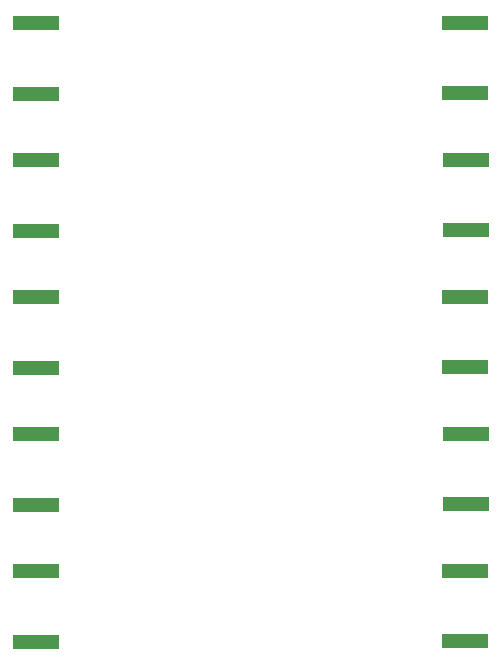
<source format=gbp>
%TF.GenerationSoftware,KiCad,Pcbnew,(6.0.2)*%
%TF.CreationDate,2022-07-21T21:07:04-07:00*%
%TF.ProjectId,testCoupon,74657374-436f-4757-906f-6e2e6b696361,1*%
%TF.SameCoordinates,Original*%
%TF.FileFunction,Paste,Bot*%
%TF.FilePolarity,Positive*%
%FSLAX46Y46*%
G04 Gerber Fmt 4.6, Leading zero omitted, Abs format (unit mm)*
G04 Created by KiCad (PCBNEW (6.0.2)) date 2022-07-21 21:07:04*
%MOMM*%
%LPD*%
G01*
G04 APERTURE LIST*
%ADD10R,4.000000X1.280000*%
G04 APERTURE END LIST*
D10*
%TO.C,J6*%
X174400000Y-83110000D03*
X174400000Y-89080000D03*
%TD*%
%TO.C,J3*%
X138000000Y-77490000D03*
X138000000Y-71520000D03*
%TD*%
%TO.C,J4*%
X174404250Y-71510000D03*
X174404250Y-77480000D03*
%TD*%
%TO.C,J7*%
X138006757Y-100690000D03*
X138006757Y-94720000D03*
%TD*%
%TO.C,J1*%
X138000000Y-65890000D03*
X138000000Y-59920000D03*
%TD*%
%TO.C,J8*%
X174406757Y-94710000D03*
X174406757Y-100680000D03*
%TD*%
%TO.C,J2*%
X174400000Y-59910000D03*
X174400000Y-65880000D03*
%TD*%
%TO.C,J5*%
X138000000Y-89090000D03*
X138000000Y-83120000D03*
%TD*%
%TO.C,J10*%
X174400000Y-106310000D03*
X174400000Y-112280000D03*
%TD*%
%TO.C,J9*%
X138000000Y-112290000D03*
X138000000Y-106320000D03*
%TD*%
M02*

</source>
